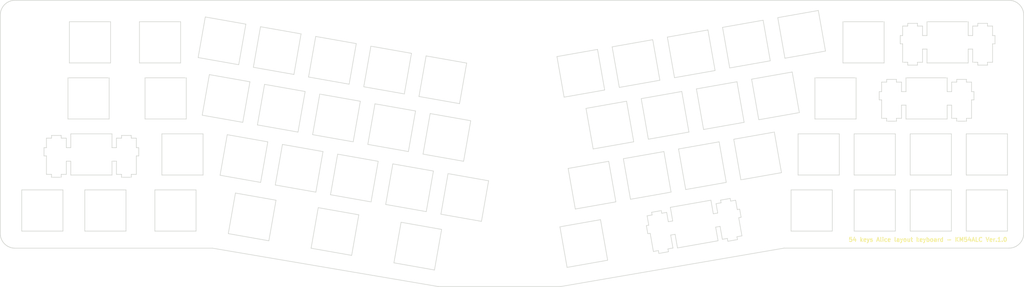
<source format=kicad_pcb>
(kicad_pcb (version 20171130) (host pcbnew "(5.1.0)-1")

  (general
    (thickness 1.6)
    (drawings 465)
    (tracks 0)
    (zones 0)
    (modules 8)
    (nets 1)
  )

  (page A3)
  (layers
    (0 F.Cu signal)
    (31 B.Cu signal)
    (32 B.Adhes user)
    (33 F.Adhes user)
    (34 B.Paste user)
    (35 F.Paste user)
    (36 B.SilkS user)
    (37 F.SilkS user)
    (38 B.Mask user)
    (39 F.Mask user)
    (40 Dwgs.User user)
    (41 Cmts.User user)
    (42 Eco1.User user)
    (43 Eco2.User user)
    (44 Edge.Cuts user)
    (45 Margin user)
    (46 B.CrtYd user)
    (47 F.CrtYd user)
    (48 B.Fab user)
    (49 F.Fab user)
  )

  (setup
    (last_trace_width 0.25)
    (trace_clearance 0.2)
    (zone_clearance 0.508)
    (zone_45_only no)
    (trace_min 0.2)
    (via_size 0.8)
    (via_drill 0.4)
    (via_min_size 0.4)
    (via_min_drill 0.3)
    (uvia_size 0.3)
    (uvia_drill 0.1)
    (uvias_allowed no)
    (uvia_min_size 0.2)
    (uvia_min_drill 0.1)
    (edge_width 0.1)
    (segment_width 0.2)
    (pcb_text_width 0.3)
    (pcb_text_size 1.5 1.5)
    (mod_edge_width 0.15)
    (mod_text_size 1 1)
    (mod_text_width 0.15)
    (pad_size 2.2 2.2)
    (pad_drill 2.2)
    (pad_to_mask_clearance 0)
    (aux_axis_origin 67.82 105.92)
    (visible_elements 7FFFFFFF)
    (pcbplotparams
      (layerselection 0x010f0_ffffffff)
      (usegerberextensions false)
      (usegerberattributes false)
      (usegerberadvancedattributes false)
      (creategerberjobfile false)
      (excludeedgelayer true)
      (linewidth 0.100000)
      (plotframeref false)
      (viasonmask false)
      (mode 1)
      (useauxorigin false)
      (hpglpennumber 1)
      (hpglpenspeed 20)
      (hpglpendiameter 15.000000)
      (psnegative false)
      (psa4output false)
      (plotreference true)
      (plotvalue true)
      (plotinvisibletext false)
      (padsonsilk false)
      (subtractmaskfromsilk false)
      (outputformat 1)
      (mirror false)
      (drillshape 0)
      (scaleselection 1)
      (outputdirectory "garber/top/"))
  )

  (net 0 "")

  (net_class Default "これはデフォルトのネット クラスです。"
    (clearance 0.2)
    (trace_width 0.25)
    (via_dia 0.8)
    (via_drill 0.4)
    (uvia_dia 0.3)
    (uvia_drill 0.1)
  )

  (net_class V_GND ""
    (clearance 0.2)
    (trace_width 0.5)
    (via_dia 0.8)
    (via_drill 0.4)
    (uvia_dia 0.3)
    (uvia_drill 0.1)
  )

  (module kbd:M2_HOLE_v2 (layer F.Cu) (tedit 60F27EAD) (tstamp 60F27317)
    (at 257.87 172.24)
    (descr "Mounting Hole 2.2mm, no annular, M2")
    (tags "mounting hole 2.2mm no annular m2")
    (attr virtual)
    (fp_text reference Ref06 (at -1.05 -2.81) (layer F.Fab) hide
      (effects (font (size 1 1) (thickness 0.15)))
    )
    (fp_text value Val06 (at -0.43 2.95) (layer F.Fab) hide
      (effects (font (size 1 1) (thickness 0.15)))
    )
    (pad "" np_thru_hole circle (at -0.5 -0.15) (size 2.2 2.2) (drill 2.2) (layers *.Cu *.Mask))
  )

  (module kbd:M2_HOLE_v2 (layer F.Cu) (tedit 60F27EC1) (tstamp 60F27317)
    (at 173.32 174)
    (descr "Mounting Hole 2.2mm, no annular, M2")
    (tags "mounting hole 2.2mm no annular m2")
    (attr virtual)
    (fp_text reference Ref04 (at -2.42 -3.6) (layer F.Fab) hide
      (effects (font (size 1 1) (thickness 0.15)))
    )
    (fp_text value Val04 (at -2.14 2.04) (layer F.Fab) hide
      (effects (font (size 1 1) (thickness 0.15)))
    )
    (pad "" np_thru_hole circle (at -2.12 -1.09) (size 2.2 2.2) (drill 2.2) (layers *.Cu *.Mask))
  )

  (module kbd:M2_HOLE_v2 (layer F.Cu) (tedit 60A0CCF1) (tstamp 609BD1BA)
    (at 337.67 123.09)
    (descr "Mounting Hole 2.2mm, no annular, M2")
    (tags "mounting hole 2.2mm no annular m2")
    (attr virtual)
    (fp_text reference Ref08 (at 11.96 35.81) (layer F.Fab) hide
      (effects (font (size 1 1) (thickness 0.15)))
    )
    (fp_text value Val08 (at 12.84 39.75) (layer F.Fab) hide
      (effects (font (size 1 1) (thickness 0.15)))
    )
    (pad "" np_thru_hole circle (at 13.29 37.47) (size 2.2 2.2) (drill 2.2) (layers *.Cu *.Mask))
  )

  (module kbd:M2_HOLE_v2 (layer F.Cu) (tedit 60A0CD06) (tstamp 609BD1BA)
    (at 311.1 160.52)
    (descr "Mounting Hole 2.2mm, no annular, M2")
    (tags "mounting hole 2.2mm no annular m2")
    (attr virtual)
    (fp_text reference Ref07 (at 28.26 -39.31) (layer F.Fab) hide
      (effects (font (size 1 1) (thickness 0.15)))
    )
    (fp_text value Val07 (at 28.82 -34.91) (layer F.Fab) hide
      (effects (font (size 1 1) (thickness 0.15)))
    )
    (pad "" np_thru_hole circle (at 28.81 -37.47) (size 2.2 2.2) (drill 2.2) (layers *.Cu *.Mask))
  )

  (module kbd:M2_HOLE_v2 (layer F.Cu) (tedit 60F272D4) (tstamp 609BD1BA)
    (at 259.13 130.22)
    (descr "Mounting Hole 2.2mm, no annular, M2")
    (tags "mounting hole 2.2mm no annular m2")
    (attr virtual)
    (fp_text reference Ref05 (at 2.7 -1.67) (layer F.Fab) hide
      (effects (font (size 1 1) (thickness 0.15)))
    )
    (fp_text value Val05 (at 0.75 3.83) (layer F.Fab) hide
      (effects (font (size 1 1) (thickness 0.15)))
    )
    (pad "" np_thru_hole circle (at 0.3 0.41) (size 2.2 2.2) (drill 2.2) (layers *.Cu *.Mask))
  )

  (module kbd:M2_HOLE_v2 (layer F.Cu) (tedit 60F272E8) (tstamp 609BD1BA)
    (at 169.44 131.08)
    (descr "Mounting Hole 2.2mm, no annular, M2")
    (tags "mounting hole 2.2mm no annular m2")
    (attr virtual)
    (fp_text reference Ref03 (at -2.99 -1.93) (layer F.Fab) hide
      (effects (font (size 1 1) (thickness 0.15)))
    )
    (fp_text value Val03 (at -0.52 3.37) (layer F.Fab) hide
      (effects (font (size 1 1) (thickness 0.15)))
    )
    (pad "" np_thru_hole circle (at 0.31 0.05) (size 2.2 2.2) (drill 2.2) (layers *.Cu *.Mask))
  )

  (module kbd:M2_HOLE_v2 (layer F.Cu) (tedit 60A0CC6B) (tstamp 609BD1BA)
    (at 115.45 161.81)
    (descr "Mounting Hole 2.2mm, no annular, M2")
    (tags "mounting hole 2.2mm no annular m2")
    (attr virtual)
    (fp_text reference Ref01 (at -20.43 -4.3) (layer F.Fab) hide
      (effects (font (size 1 1) (thickness 0.15)))
    )
    (fp_text value Val01 (at -20.03 0.71) (layer F.Fab) hide
      (effects (font (size 1 1) (thickness 0.15)))
    )
    (pad "" np_thru_hole circle (at -20.51 -1.86) (size 2.2 2.2) (drill 2.2) (layers *.Cu *.Mask))
  )

  (module kbd:M2_HOLE_v2 (layer F.Cu) (tedit 60A0CC59) (tstamp 609BD1BA)
    (at 86.39 123.11)
    (descr "Mounting Hole 2.2mm, no annular, M2")
    (tags "mounting hole 2.2mm no annular m2")
    (attr virtual)
    (fp_text reference Ref00 (at 0.31 -2.75) (layer F.Fab) hide
      (effects (font (size 1 1) (thickness 0.15)))
    )
    (fp_text value Val00 (at 0.31 2.3) (layer F.Fab) hide
      (effects (font (size 1 1) (thickness 0.15)))
    )
    (pad "" np_thru_hole circle (at 0.67 -0.34) (size 2.2 2.2) (drill 2.2) (layers *.Cu *.Mask))
  )

  (gr_text "54 keys Alice layout keyboard - KM54ALC Ver.1.0" (at 386.67 179.97) (layer F.SilkS) (tstamp 60A3C3DB)
    (effects (font (size 1.4 1.4) (thickness 0.3)) (justify right))
  )
  (gr_line (start 67.7955 105.9322) (end 81.7951 105.9322) (layer Edge.Cuts) (width 0.2))
  (gr_line (start 165.296 113.3667) (end 151.509 110.9357) (layer Edge.Cuts) (width 0.2))
  (gr_line (start 146.535 110.058) (end 132.7478 107.627) (layer Edge.Cuts) (width 0.2))
  (gr_line (start 127.7747 106.7507) (end 113.9875 104.3197) (layer Edge.Cuts) (width 0.2))
  (gr_line (start 91.6079 105.9322) (end 105.6076 105.9322) (layer Edge.Cuts) (width 0.2))
  (gr_line (start 81.7951 105.9322) (end 81.7951 119.9329) (layer Edge.Cuts) (width 0.2))
  (gr_line (start 81.7951 119.9329) (end 67.7955 119.9329) (layer Edge.Cuts) (width 0.2))
  (gr_line (start 67.7955 119.9329) (end 67.7955 105.9322) (layer Edge.Cuts) (width 0.2))
  (gr_line (start 91.6079 119.9329) (end 91.6079 105.9322) (layer Edge.Cuts) (width 0.2))
  (gr_line (start 105.6076 105.9322) (end 105.6076 119.9329) (layer Edge.Cuts) (width 0.2))
  (gr_line (start 105.6076 119.9329) (end 91.6079 119.9329) (layer Edge.Cuts) (width 0.2))
  (gr_line (start 113.9875 104.3197) (end 111.5565 118.1069) (layer Edge.Cuts) (width 0.2))
  (gr_line (start 125.3437 120.5379) (end 127.7747 106.7507) (layer Edge.Cuts) (width 0.2))
  (gr_line (start 111.5565 118.1069) (end 125.3437 120.5379) (layer Edge.Cuts) (width 0.2))
  (gr_line (start 132.7478 107.627) (end 130.3172 121.4156) (layer Edge.Cuts) (width 0.2))
  (gr_line (start 144.1044 123.8466) (end 146.535 110.058) (layer Edge.Cuts) (width 0.2))
  (gr_line (start 130.3172 121.4156) (end 144.1044 123.8466) (layer Edge.Cuts) (width 0.2))
  (gr_line (start 151.509 110.9357) (end 149.078 124.7229) (layer Edge.Cuts) (width 0.2))
  (gr_line (start 149.078 124.7229) (end 162.865 127.1539) (layer Edge.Cuts) (width 0.2))
  (gr_line (start 162.865 127.1539) (end 165.296 113.3667) (layer Edge.Cuts) (width 0.2))
  (gr_line (start 170.269 114.243) (end 167.838 128.0316) (layer Edge.Cuts) (width 0.2))
  (gr_line (start 167.838 128.0316) (end 181.626 130.4626) (layer Edge.Cuts) (width 0.2))
  (gr_line (start 67.3187 124.9822) (end 81.3181 124.9822) (layer Edge.Cuts) (width 0.2))
  (gr_line (start 93.5126 124.9822) (end 107.5119 124.9822) (layer Edge.Cuts) (width 0.2))
  (gr_line (start 93.5126 138.9829) (end 93.5126 124.9822) (layer Edge.Cuts) (width 0.2))
  (gr_line (start 81.3181 138.9829) (end 67.3187 138.9829) (layer Edge.Cuts) (width 0.2))
  (gr_line (start 81.3181 124.9822) (end 81.3181 138.9829) (layer Edge.Cuts) (width 0.2))
  (gr_line (start 67.3187 138.9829) (end 67.3187 124.9822) (layer Edge.Cuts) (width 0.2))
  (gr_line (start 107.5119 124.9822) (end 107.5119 138.9829) (layer Edge.Cuts) (width 0.2))
  (gr_line (start 107.5119 138.9829) (end 93.5126 138.9829) (layer Edge.Cuts) (width 0.2))
  (gr_line (start 115.3696 123.9073) (end 112.9386 137.6946) (layer Edge.Cuts) (width 0.2))
  (gr_line (start 126.7259 140.1256) (end 129.1583 126.3383) (layer Edge.Cuts) (width 0.2))
  (gr_line (start 112.9386 137.6946) (end 126.7259 140.1256) (layer Edge.Cuts) (width 0.2))
  (gr_line (start 129.1583 126.3383) (end 115.3696 123.9073) (layer Edge.Cuts) (width 0.2))
  (gr_line (start 134.13 127.216) (end 131.6994 141.0019) (layer Edge.Cuts) (width 0.2))
  (gr_line (start 147.917 129.6467) (end 134.13 127.216) (layer Edge.Cuts) (width 0.2))
  (gr_line (start 131.6994 141.0019) (end 145.487 143.4339) (layer Edge.Cuts) (width 0.2))
  (gr_line (start 145.487 143.4339) (end 147.917 129.6467) (layer Edge.Cuts) (width 0.2))
  (gr_line (start 152.891 130.5233) (end 150.46 144.3106) (layer Edge.Cuts) (width 0.2))
  (gr_line (start 164.247 146.7412) (end 166.678 132.9539) (layer Edge.Cuts) (width 0.2))
  (gr_line (start 166.678 132.9539) (end 152.891 130.5233) (layer Edge.Cuts) (width 0.2))
  (gr_line (start 150.46 144.3106) (end 164.247 146.7412) (layer Edge.Cuts) (width 0.2))
  (gr_line (start 171.651 133.832) (end 169.22 147.6179) (layer Edge.Cuts) (width 0.2))
  (gr_line (start 183.008 150.0499) (end 185.439 136.2626) (layer Edge.Cuts) (width 0.2))
  (gr_line (start 185.439 136.2626) (end 171.651 133.832) (layer Edge.Cuts) (width 0.2))
  (gr_line (start 169.22 147.6179) (end 183.008 150.0499) (layer Edge.Cuts) (width 0.2))
  (gr_line (start 190.412 137.1393) (end 187.981 150.9266) (layer Edge.Cuts) (width 0.2))
  (gr_line (start 201.768 153.3572) (end 204.199 139.5699) (layer Edge.Cuts) (width 0.2))
  (gr_line (start 204.199 139.5699) (end 190.412 137.1393) (layer Edge.Cuts) (width 0.2))
  (gr_line (start 187.981 150.9266) (end 201.768 153.3572) (layer Edge.Cuts) (width 0.2))
  (gr_line (start 202.817 119.9827) (end 189.03 117.5517) (layer Edge.Cuts) (width 0.2))
  (gr_line (start 184.057 116.674) (end 170.269 114.243) (layer Edge.Cuts) (width 0.2))
  (gr_line (start 181.626 130.4626) (end 184.057 116.674) (layer Edge.Cuts) (width 0.2))
  (gr_line (start 189.03 117.5517) (end 186.599 131.3389) (layer Edge.Cuts) (width 0.2))
  (gr_line (start 200.386 133.7699) (end 202.817 119.9827) (layer Edge.Cuts) (width 0.2))
  (gr_line (start 186.599 131.3389) (end 200.386 133.7699) (layer Edge.Cuts) (width 0.2))
  (gr_line (start 61.7211 157.8029) (end 61.7211 158.7827) (layer Edge.Cuts) (width 0.2))
  (gr_line (start 65.0215 145.5026) (end 65.0215 144.5819) (layer Edge.Cuts) (width 0.2))
  (gr_line (start 59.9972 148.7326) (end 59.1717 148.7326) (layer Edge.Cuts) (width 0.2))
  (gr_line (start 68.2709 153.3325) (end 68.2709 158.0329) (layer Edge.Cuts) (width 0.2))
  (gr_line (start 66.7468 148.7326) (end 66.7468 145.5026) (layer Edge.Cuts) (width 0.2))
  (gr_line (start 61.7211 144.5819) (end 61.7211 145.5026) (layer Edge.Cuts) (width 0.2))
  (gr_line (start 59.1717 148.7326) (end 59.1717 151.5326) (layer Edge.Cuts) (width 0.2))
  (gr_line (start 59.1717 151.5326) (end 59.9972 151.5326) (layer Edge.Cuts) (width 0.2))
  (gr_line (start 65.0215 158.7827) (end 65.0215 157.8029) (layer Edge.Cuts) (width 0.2))
  (gr_line (start 61.7211 158.7827) (end 65.0215 158.7827) (layer Edge.Cuts) (width 0.2))
  (gr_line (start 68.2709 148.7326) (end 66.7468 148.7326) (layer Edge.Cuts) (width 0.2))
  (gr_line (start 66.7468 157.8029) (end 66.7468 153.3325) (layer Edge.Cuts) (width 0.2))
  (gr_line (start 66.7468 153.3325) (end 68.2709 153.3325) (layer Edge.Cuts) (width 0.2))
  (gr_line (start 59.9972 157.8029) (end 61.7211 157.8029) (layer Edge.Cuts) (width 0.2))
  (gr_line (start 68.2709 144.0322) (end 68.2709 148.7326) (layer Edge.Cuts) (width 0.2))
  (gr_line (start 61.7211 145.5026) (end 59.9972 145.5026) (layer Edge.Cuts) (width 0.2))
  (gr_line (start 66.7468 145.5026) (end 65.0215 145.5026) (layer Edge.Cuts) (width 0.2))
  (gr_line (start 59.9972 151.5326) (end 59.9972 157.8029) (layer Edge.Cuts) (width 0.2))
  (gr_line (start 65.0215 144.5819) (end 61.7211 144.5819) (layer Edge.Cuts) (width 0.2))
  (gr_line (start 59.9972 145.5026) (end 59.9972 148.7326) (layer Edge.Cuts) (width 0.2))
  (gr_line (start 65.0215 157.8029) (end 66.7468 157.8029) (layer Edge.Cuts) (width 0.2))
  (gr_line (start 90.5468 157.8029) (end 90.5468 151.5326) (layer Edge.Cuts) (width 0.2))
  (gr_line (start 91.3709 148.7326) (end 90.5468 148.7326) (layer Edge.Cuts) (width 0.2))
  (gr_line (start 90.5468 145.5026) (end 88.8217 145.5026) (layer Edge.Cuts) (width 0.2))
  (gr_line (start 85.5211 144.5819) (end 85.5211 145.5026) (layer Edge.Cuts) (width 0.2))
  (gr_line (start 82.2717 148.7326) (end 82.2717 144.0322) (layer Edge.Cuts) (width 0.2))
  (gr_line (start 91.3709 151.5326) (end 91.3709 148.7326) (layer Edge.Cuts) (width 0.2))
  (gr_line (start 85.5211 158.7827) (end 88.8217 158.7827) (layer Edge.Cuts) (width 0.2))
  (gr_line (start 82.2717 158.0329) (end 82.2717 153.3325) (layer Edge.Cuts) (width 0.2))
  (gr_line (start 88.8217 158.7827) (end 88.8217 157.8029) (layer Edge.Cuts) (width 0.2))
  (gr_line (start 88.8217 144.5819) (end 85.5211 144.5819) (layer Edge.Cuts) (width 0.2))
  (gr_line (start 83.796 145.5026) (end 83.796 148.7326) (layer Edge.Cuts) (width 0.2))
  (gr_line (start 88.8217 145.5026) (end 88.8217 144.5819) (layer Edge.Cuts) (width 0.2))
  (gr_line (start 85.5211 145.5026) (end 83.796 145.5026) (layer Edge.Cuts) (width 0.2))
  (gr_line (start 83.796 148.7326) (end 82.2717 148.7326) (layer Edge.Cuts) (width 0.2))
  (gr_line (start 83.796 153.3325) (end 83.796 157.8029) (layer Edge.Cuts) (width 0.2))
  (gr_line (start 90.5468 151.5326) (end 91.3709 151.5326) (layer Edge.Cuts) (width 0.2))
  (gr_line (start 90.5468 148.7326) (end 90.5468 145.5026) (layer Edge.Cuts) (width 0.2))
  (gr_line (start 82.2717 153.3325) (end 83.796 153.3325) (layer Edge.Cuts) (width 0.2))
  (gr_line (start 83.796 157.8029) (end 85.5211 157.8029) (layer Edge.Cuts) (width 0.2))
  (gr_line (start 85.5211 157.8029) (end 85.5211 158.7827) (layer Edge.Cuts) (width 0.2))
  (gr_line (start 88.8217 157.8029) (end 90.5468 157.8029) (layer Edge.Cuts) (width 0.2))
  (gr_line (start 82.2717 144.0322) (end 68.2709 144.0322) (layer Edge.Cuts) (width 0.2))
  (gr_line (start 68.2709 158.0329) (end 82.2717 158.0329) (layer Edge.Cuts) (width 0.2))
  (gr_line (start 99.2272 144.0322) (end 113.2279 144.0322) (layer Edge.Cuts) (width 0.2))
  (gr_line (start 113.2279 158.0329) (end 99.2272 158.0329) (layer Edge.Cuts) (width 0.2))
  (gr_line (start 113.2279 144.0322) (end 113.2279 158.0329) (layer Edge.Cuts) (width 0.2))
  (gr_line (start 99.2272 158.0329) (end 99.2272 144.0322) (layer Edge.Cuts) (width 0.2))
  (gr_line (start 121.4423 144.3215) (end 119.0103 158.1088) (layer Edge.Cuts) (width 0.2))
  (gr_line (start 135.2296 146.7539) (end 121.4423 144.3215) (layer Edge.Cuts) (width 0.2))
  (gr_line (start 132.799 160.541101) (end 135.2296 146.7539) (layer Edge.Cuts) (width 0.2))
  (gr_line (start 119.0103 158.1088) (end 132.799 160.541101) (layer Edge.Cuts) (width 0.2))
  (gr_line (start 140.2031 147.6288) (end 137.771 161.4175) (layer Edge.Cuts) (width 0.2))
  (gr_line (start 137.771 161.4175) (end 151.558 163.8484) (layer Edge.Cuts) (width 0.2))
  (gr_line (start 153.989 150.0612) (end 140.2031 147.6288) (layer Edge.Cuts) (width 0.2))
  (gr_line (start 151.558 163.8484) (end 153.989 150.0612) (layer Edge.Cuts) (width 0.2))
  (gr_line (start 158.964 150.9375) (end 156.533 164.7261) (layer Edge.Cuts) (width 0.2))
  (gr_line (start 172.751 153.3699) (end 158.964 150.9375) (layer Edge.Cuts) (width 0.2))
  (gr_line (start 170.317 167.157) (end 172.751 153.3699) (layer Edge.Cuts) (width 0.2))
  (gr_line (start 156.533 164.7261) (end 170.317 167.157) (layer Edge.Cuts) (width 0.2))
  (gr_line (start 177.722999 154.2462) (end 175.292 168.0334) (layer Edge.Cuts) (width 0.2))
  (gr_line (start 175.292 168.0334) (end 189.081 170.4643) (layer Edge.Cuts) (width 0.2))
  (gr_line (start 191.512 156.6772) (end 177.722999 154.2462) (layer Edge.Cuts) (width 0.2))
  (gr_line (start 189.081 170.4643) (end 191.512 156.6772) (layer Edge.Cuts) (width 0.2))
  (gr_line (start 210.271 159.9857) (end 196.485 157.5535) (layer Edge.Cuts) (width 0.2))
  (gr_line (start 196.485 157.5535) (end 194.054 171.3421) (layer Edge.Cuts) (width 0.2))
  (gr_line (start 207.84 173.773) (end 210.271 159.9857) (layer Edge.Cuts) (width 0.2))
  (gr_line (start 194.054 171.3421) (end 207.84 173.773) (layer Edge.Cuts) (width 0.2))
  (gr_line (start 237.297 155.791) (end 239.729 169.5768) (layer Edge.Cuts) (width 0.2))
  (gr_line (start 251.084 153.36) (end 237.297 155.791) (layer Edge.Cuts) (width 0.2))
  (gr_line (start 253.515 167.146) (end 251.084 153.36) (layer Edge.Cuts) (width 0.2))
  (gr_line (start 269.845 150.0513) (end 256.057 152.4823) (layer Edge.Cuts) (width 0.2))
  (gr_line (start 256.057 152.4823) (end 258.488 166.2695) (layer Edge.Cuts) (width 0.2))
  (gr_line (start 272.277 163.8387) (end 269.845 150.0513) (layer Edge.Cuts) (width 0.2))
  (gr_line (start 239.729 169.5768) (end 253.515 167.146) (layer Edge.Cuts) (width 0.2))
  (gr_line (start 258.488 166.2695) (end 272.277 163.8387) (layer Edge.Cuts) (width 0.2))
  (gr_line (start 245.801 149.1641) (end 259.588 146.7331) (layer Edge.Cuts) (width 0.2))
  (gr_line (start 257.156 132.9444) (end 243.37 135.3754) (layer Edge.Cuts) (width 0.2))
  (gr_line (start 259.588 146.7331) (end 257.156 132.9444) (layer Edge.Cuts) (width 0.2))
  (gr_line (start 243.37 135.3754) (end 245.801 149.1641) (layer Edge.Cuts) (width 0.2))
  (gr_line (start 275.918 129.637101) (end 262.13 132.0681) (layer Edge.Cuts) (width 0.2))
  (gr_line (start 262.13 132.0681) (end 264.561 145.8554) (layer Edge.Cuts) (width 0.2))
  (gr_line (start 264.561 145.8554) (end 278.349 143.4244) (layer Edge.Cuts) (width 0.2))
  (gr_line (start 278.349 143.4244) (end 275.918 129.637101) (layer Edge.Cuts) (width 0.2))
  (gr_line (start 283.322 142.5481) (end 297.108 140.1171) (layer Edge.Cuts) (width 0.2))
  (gr_line (start 294.677 126.3284) (end 280.891 128.7594) (layer Edge.Cuts) (width 0.2))
  (gr_line (start 280.891 128.7594) (end 283.322 142.5481) (layer Edge.Cuts) (width 0.2))
  (gr_line (start 297.108 140.1171) (end 294.677 126.3284) (layer Edge.Cuts) (width 0.2))
  (gr_line (start 299.652 125.4521) (end 302.083 139.2394) (layer Edge.Cuts) (width 0.2))
  (gr_line (start 313.439 123.0197) (end 299.652 125.4521) (layer Edge.Cuts) (width 0.2))
  (gr_line (start 302.083 139.2394) (end 315.87 136.8084) (layer Edge.Cuts) (width 0.2))
  (gr_line (start 315.87 136.8084) (end 313.439 123.0197) (layer Edge.Cuts) (width 0.2))
  (gr_line (start 252.256 114.4649) (end 254.687 128.2521) (layer Edge.Cuts) (width 0.2))
  (gr_line (start 249.713 129.130201) (end 247.282 115.3415) (layer Edge.Cuts) (width 0.2))
  (gr_line (start 268.475 125.8215) (end 266.043 112.0342) (layer Edge.Cuts) (width 0.2))
  (gr_line (start 271.016 111.1576) (end 273.447 124.9448) (layer Edge.Cuts) (width 0.2))
  (gr_line (start 287.234 122.5142) (end 284.804 108.7255) (layer Edge.Cuts) (width 0.2))
  (gr_line (start 289.777 107.8489) (end 292.209 121.6361) (layer Edge.Cuts) (width 0.2))
  (gr_line (start 305.994999 119.2055) (end 303.564 105.4182) (layer Edge.Cuts) (width 0.2))
  (gr_line (start 308.537 104.5416) (end 310.968 118.3288) (layer Edge.Cuts) (width 0.2))
  (gr_line (start 266.043 112.0342) (end 252.256 114.4649) (layer Edge.Cuts) (width 0.2))
  (gr_line (start 284.804 108.7255) (end 271.016 111.1576) (layer Edge.Cuts) (width 0.2))
  (gr_line (start 303.564 105.4182) (end 289.777 107.8489) (layer Edge.Cuts) (width 0.2))
  (gr_line (start 322.325 102.1095) (end 308.537 104.5416) (layer Edge.Cuts) (width 0.2))
  (gr_line (start 324.756 115.8982) (end 322.325 102.1095) (layer Edge.Cuts) (width 0.2))
  (gr_line (start 247.282 115.3415) (end 233.495 117.7736) (layer Edge.Cuts) (width 0.2))
  (gr_line (start 233.495 117.7736) (end 235.927 131.5608) (layer Edge.Cuts) (width 0.2))
  (gr_line (start 235.927 131.5608) (end 249.713 129.130201) (layer Edge.Cuts) (width 0.2))
  (gr_line (start 254.687 128.2521) (end 268.475 125.8215) (layer Edge.Cuts) (width 0.2))
  (gr_line (start 273.447 124.9448) (end 287.234 122.5142) (layer Edge.Cuts) (width 0.2))
  (gr_line (start 310.968 118.3288) (end 324.756 115.8982) (layer Edge.Cuts) (width 0.2))
  (gr_line (start 330.685 119.9329) (end 330.685 105.9322) (layer Edge.Cuts) (width 0.2))
  (gr_line (start 344.686 105.9322) (end 344.686 119.9329) (layer Edge.Cuts) (width 0.2))
  (gr_line (start 330.685 105.9322) (end 344.686 105.9322) (layer Edge.Cuts) (width 0.2))
  (gr_line (start 344.686 119.9329) (end 330.685 119.9329) (layer Edge.Cuts) (width 0.2))
  (gr_line (start 356.011 119.7029) (end 357.736 119.7029) (layer Edge.Cuts) (width 0.2))
  (gr_line (start 352.71 107.4026) (end 350.985 107.4026) (layer Edge.Cuts) (width 0.2))
  (gr_line (start 350.985 113.4326) (end 350.985 119.7029) (layer Edge.Cuts) (width 0.2))
  (gr_line (start 352.71 119.7029) (end 352.71 120.6826) (layer Edge.Cuts) (width 0.2))
  (gr_line (start 352.71 120.6826) (end 356.011 120.6826) (layer Edge.Cuts) (width 0.2))
  (gr_line (start 356.011 120.6826) (end 356.011 119.7029) (layer Edge.Cuts) (width 0.2))
  (gr_line (start 357.736 115.2325) (end 359.26 115.2325) (layer Edge.Cuts) (width 0.2))
  (gr_line (start 359.26 105.9322) (end 359.26 110.6326) (layer Edge.Cuts) (width 0.2))
  (gr_line (start 357.736 110.6326) (end 357.736 107.4026) (layer Edge.Cuts) (width 0.2))
  (gr_line (start 356.011 107.4026) (end 356.011 106.4819) (layer Edge.Cuts) (width 0.2))
  (gr_line (start 357.736 107.4026) (end 356.011 107.4026) (layer Edge.Cuts) (width 0.2))
  (gr_line (start 350.985 107.4026) (end 350.985 110.6326) (layer Edge.Cuts) (width 0.2))
  (gr_line (start 350.161 113.4326) (end 350.985 113.4326) (layer Edge.Cuts) (width 0.2))
  (gr_line (start 352.71 106.4819) (end 352.71 107.4026) (layer Edge.Cuts) (width 0.2))
  (gr_line (start 350.161 110.6326) (end 350.161 113.4326) (layer Edge.Cuts) (width 0.2))
  (gr_line (start 350.985 119.7029) (end 352.71 119.7029) (layer Edge.Cuts) (width 0.2))
  (gr_line (start 350.985 110.6326) (end 350.161 110.6326) (layer Edge.Cuts) (width 0.2))
  (gr_line (start 359.26 110.6326) (end 357.736 110.6326) (layer Edge.Cuts) (width 0.2))
  (gr_line (start 357.736 119.7029) (end 357.736 115.2325) (layer Edge.Cuts) (width 0.2))
  (gr_line (start 356.011 106.4819) (end 352.71 106.4819) (layer Edge.Cuts) (width 0.2))
  (gr_line (start 359.26 115.2325) (end 359.26 119.9329) (layer Edge.Cuts) (width 0.2))
  (gr_line (start 376.511 119.7029) (end 376.511 120.6826) (layer Edge.Cuts) (width 0.2))
  (gr_line (start 373.261 119.9329) (end 373.261 115.2325) (layer Edge.Cuts) (width 0.2))
  (gr_line (start 374.785 115.2325) (end 374.785 119.7029) (layer Edge.Cuts) (width 0.2))
  (gr_line (start 381.535 110.6326) (end 381.535 107.4026) (layer Edge.Cuts) (width 0.2))
  (gr_line (start 373.261 115.2325) (end 374.785 115.2325) (layer Edge.Cuts) (width 0.2))
  (gr_line (start 374.785 119.7029) (end 376.511 119.7029) (layer Edge.Cuts) (width 0.2))
  (gr_line (start 382.36 113.4326) (end 382.36 110.6326) (layer Edge.Cuts) (width 0.2))
  (gr_line (start 374.785 107.4026) (end 374.785 110.6326) (layer Edge.Cuts) (width 0.2))
  (gr_line (start 376.511 107.4026) (end 374.785 107.4026) (layer Edge.Cuts) (width 0.2))
  (gr_line (start 379.811 120.6826) (end 379.811 119.7029) (layer Edge.Cuts) (width 0.2))
  (gr_line (start 381.535 119.7029) (end 381.535 113.4326) (layer Edge.Cuts) (width 0.2))
  (gr_line (start 374.785 110.6326) (end 373.261 110.6326) (layer Edge.Cuts) (width 0.2))
  (gr_line (start 376.511 120.6826) (end 379.811 120.6826) (layer Edge.Cuts) (width 0.2))
  (gr_line (start 379.811 107.4026) (end 379.811 106.4819) (layer Edge.Cuts) (width 0.2))
  (gr_line (start 373.261 110.6326) (end 373.261 105.9322) (layer Edge.Cuts) (width 0.2))
  (gr_line (start 379.811 106.4819) (end 376.511 106.4819) (layer Edge.Cuts) (width 0.2))
  (gr_line (start 381.535 113.4326) (end 382.36 113.4326) (layer Edge.Cuts) (width 0.2))
  (gr_line (start 382.36 110.6326) (end 381.535 110.6326) (layer Edge.Cuts) (width 0.2))
  (gr_line (start 381.535 107.4026) (end 379.811 107.4026) (layer Edge.Cuts) (width 0.2))
  (gr_line (start 376.511 106.4819) (end 376.511 107.4026) (layer Edge.Cuts) (width 0.2))
  (gr_line (start 379.811 119.7029) (end 381.535 119.7029) (layer Edge.Cuts) (width 0.2))
  (gr_line (start 373.261 105.9322) (end 359.26 105.9322) (layer Edge.Cuts) (width 0.2))
  (gr_line (start 359.26 119.9329) (end 373.261 119.9329) (layer Edge.Cuts) (width 0.2))
  (gr_line (start 366.116 138.9829) (end 366.116 134.2825) (layer Edge.Cuts) (width 0.2))
  (gr_line (start 375.217 132.4826) (end 375.217 129.6826) (layer Edge.Cuts) (width 0.2))
  (gr_line (start 375.217 129.6826) (end 374.391 129.6826) (layer Edge.Cuts) (width 0.2))
  (gr_line (start 372.667 138.7529) (end 374.391 138.7529) (layer Edge.Cuts) (width 0.2))
  (gr_line (start 367.641 129.6826) (end 366.116 129.6826) (layer Edge.Cuts) (width 0.2))
  (gr_line (start 374.391 132.4826) (end 375.217 132.4826) (layer Edge.Cuts) (width 0.2))
  (gr_line (start 369.367 138.7529) (end 369.367 139.7326) (layer Edge.Cuts) (width 0.2))
  (gr_line (start 367.641 134.2825) (end 367.641 138.7529) (layer Edge.Cuts) (width 0.2))
  (gr_line (start 367.641 138.7529) (end 369.367 138.7529) (layer Edge.Cuts) (width 0.2))
  (gr_line (start 369.367 126.4526) (end 367.641 126.4526) (layer Edge.Cuts) (width 0.2))
  (gr_line (start 367.641 126.4526) (end 367.641 129.6826) (layer Edge.Cuts) (width 0.2))
  (gr_line (start 374.391 126.4526) (end 372.667 126.4526) (layer Edge.Cuts) (width 0.2))
  (gr_line (start 372.667 139.7326) (end 372.667 138.7529) (layer Edge.Cuts) (width 0.2))
  (gr_line (start 366.116 134.2825) (end 367.641 134.2825) (layer Edge.Cuts) (width 0.2))
  (gr_line (start 374.391 138.7529) (end 374.391 132.4826) (layer Edge.Cuts) (width 0.2))
  (gr_line (start 374.391 129.6826) (end 374.391 126.4526) (layer Edge.Cuts) (width 0.2))
  (gr_line (start 369.367 139.7326) (end 372.667 139.7326) (layer Edge.Cuts) (width 0.2))
  (gr_line (start 350.591 129.6826) (end 350.591 126.4526) (layer Edge.Cuts) (width 0.2))
  (gr_line (start 348.867 125.5319) (end 345.567 125.5319) (layer Edge.Cuts) (width 0.2))
  (gr_line (start 343.841 126.4526) (end 343.841 129.6826) (layer Edge.Cuts) (width 0.2))
  (gr_line (start 352.116 124.9822) (end 352.116 129.6826) (layer Edge.Cuts) (width 0.2))
  (gr_line (start 350.591 126.4526) (end 348.867 126.4526) (layer Edge.Cuts) (width 0.2))
  (gr_line (start 345.567 125.5319) (end 345.567 126.4526) (layer Edge.Cuts) (width 0.2))
  (gr_line (start 348.867 126.4526) (end 348.867 125.5319) (layer Edge.Cuts) (width 0.2))
  (gr_line (start 345.567 126.4526) (end 343.841 126.4526) (layer Edge.Cuts) (width 0.2))
  (gr_line (start 372.667 125.5319) (end 369.367 125.5319) (layer Edge.Cuts) (width 0.2))
  (gr_line (start 369.367 125.5319) (end 369.367 126.4526) (layer Edge.Cuts) (width 0.2))
  (gr_line (start 366.116 124.9822) (end 352.116 124.9822) (layer Edge.Cuts) (width 0.2))
  (gr_line (start 372.667 126.4526) (end 372.667 125.5319) (layer Edge.Cuts) (width 0.2))
  (gr_line (start 366.116 129.6826) (end 366.116 124.9822) (layer Edge.Cuts) (width 0.2))
  (gr_line (start 343.016 132.4826) (end 343.841 132.4826) (layer Edge.Cuts) (width 0.2))
  (gr_line (start 348.867 139.7326) (end 348.867 138.7529) (layer Edge.Cuts) (width 0.2))
  (gr_line (start 343.016 129.6826) (end 343.016 132.4826) (layer Edge.Cuts) (width 0.2))
  (gr_line (start 343.841 129.6826) (end 343.016 129.6826) (layer Edge.Cuts) (width 0.2))
  (gr_line (start 343.841 138.7529) (end 345.567 138.7529) (layer Edge.Cuts) (width 0.2))
  (gr_line (start 343.841 132.4826) (end 343.841 138.7529) (layer Edge.Cuts) (width 0.2))
  (gr_line (start 345.567 138.7529) (end 345.567 139.7326) (layer Edge.Cuts) (width 0.2))
  (gr_line (start 345.567 139.7326) (end 348.867 139.7326) (layer Edge.Cuts) (width 0.2))
  (gr_line (start 348.867 138.7529) (end 350.591 138.7529) (layer Edge.Cuts) (width 0.2))
  (gr_line (start 350.591 138.7529) (end 350.591 134.2825) (layer Edge.Cuts) (width 0.2))
  (gr_line (start 352.116 129.6826) (end 350.591 129.6826) (layer Edge.Cuts) (width 0.2))
  (gr_line (start 350.591 134.2825) (end 352.116 134.2825) (layer Edge.Cuts) (width 0.2))
  (gr_line (start 352.116 134.2825) (end 352.116 138.9829) (layer Edge.Cuts) (width 0.2))
  (gr_line (start 352.116 138.9829) (end 366.116 138.9829) (layer Edge.Cuts) (width 0.2))
  (gr_line (start 353.545 144.0322) (end 367.545 144.0322) (layer Edge.Cuts) (width 0.2))
  (gr_line (start 367.545 144.0322) (end 367.545 158.0329) (layer Edge.Cuts) (width 0.2))
  (gr_line (start 367.545 158.0329) (end 353.545 158.0329) (layer Edge.Cuts) (width 0.2))
  (gr_line (start 353.545 158.0329) (end 353.545 144.0322) (layer Edge.Cuts) (width 0.2))
  (gr_line (start 353.544 177.083001) (end 353.544 163.0822) (layer Edge.Cuts) (width 0.2))
  (gr_line (start 367.545 163.0822) (end 367.545 177.083001) (layer Edge.Cuts) (width 0.2))
  (gr_line (start 353.544 163.0822) (end 367.545 163.0822) (layer Edge.Cuts) (width 0.2))
  (gr_line (start 367.545 177.083001) (end 353.544 177.083001) (layer Edge.Cuts) (width 0.2))
  (gr_line (start 348.495 177.083001) (end 334.494 177.083001) (layer Edge.Cuts) (width 0.2))
  (gr_line (start 348.495 163.0822) (end 348.495 177.083001) (layer Edge.Cuts) (width 0.2))
  (gr_line (start 334.494 163.0822) (end 348.495 163.0822) (layer Edge.Cuts) (width 0.2))
  (gr_line (start 334.494 177.083001) (end 334.494 163.0822) (layer Edge.Cuts) (width 0.2))
  (gr_line (start 327.064 163.0822) (end 327.064 177.083001) (layer Edge.Cuts) (width 0.2))
  (gr_line (start 313.063 163.0822) (end 327.064 163.0822) (layer Edge.Cuts) (width 0.2))
  (gr_line (start 313.063 177.083001) (end 313.063 163.0822) (layer Edge.Cuts) (width 0.2))
  (gr_line (start 327.064 177.083001) (end 313.063 177.083001) (layer Edge.Cuts) (width 0.2))
  (gr_line (start 321.16 138.9829) (end 321.16 124.9822) (layer Edge.Cuts) (width 0.2))
  (gr_line (start 335.161 124.9822) (end 335.161 138.9829) (layer Edge.Cuts) (width 0.2))
  (gr_line (start 335.161 138.9829) (end 321.16 138.9829) (layer Edge.Cuts) (width 0.2))
  (gr_line (start 321.16 124.9822) (end 335.161 124.9822) (layer Edge.Cuts) (width 0.2))
  (gr_line (start 372.595 177.083001) (end 372.595 163.0822) (layer Edge.Cuts) (width 0.2))
  (gr_line (start 372.595 158.0329) (end 372.595 144.0322) (layer Edge.Cuts) (width 0.2))
  (gr_line (start 386.595 163.0822) (end 386.595 177.083001) (layer Edge.Cuts) (width 0.2))
  (gr_line (start 386.595 144.0322) (end 386.595 158.0329) (layer Edge.Cuts) (width 0.2))
  (gr_line (start 386.595 177.083001) (end 372.595 177.083001) (layer Edge.Cuts) (width 0.2))
  (gr_line (start 372.595 163.0822) (end 386.595 163.0822) (layer Edge.Cuts) (width 0.2))
  (gr_line (start 386.595 158.0329) (end 372.595 158.0329) (layer Edge.Cuts) (width 0.2))
  (gr_line (start 372.595 144.0322) (end 386.595 144.0322) (layer Edge.Cuts) (width 0.2))
  (gr_line (start 348.495 144.0322) (end 348.495 158.0329) (layer Edge.Cuts) (width 0.2))
  (gr_line (start 348.495 158.0329) (end 334.495 158.0329) (layer Edge.Cuts) (width 0.2))
  (gr_line (start 334.495 144.0322) (end 348.495 144.0322) (layer Edge.Cuts) (width 0.2))
  (gr_line (start 334.495 158.0329) (end 334.495 144.0322) (layer Edge.Cuts) (width 0.2))
  (gr_line (start 329.445 144.0322) (end 329.445 158.0329) (layer Edge.Cuts) (width 0.2))
  (gr_line (start 315.445 144.0322) (end 329.445 144.0322) (layer Edge.Cuts) (width 0.2))
  (gr_line (start 315.445 158.0329) (end 315.445 144.0322) (layer Edge.Cuts) (width 0.2))
  (gr_line (start 329.445 158.0329) (end 315.445 158.0329) (layer Edge.Cuts) (width 0.2))
  (gr_line (start 309.797 157.2226) (end 307.366 143.4353) (layer Edge.Cuts) (width 0.2))
  (gr_line (start 296.009 159.6536) (end 309.797 157.2226) (layer Edge.Cuts) (width 0.2))
  (gr_line (start 307.366 143.4353) (end 293.579 145.8663) (layer Edge.Cuts) (width 0.2))
  (gr_line (start 293.579 145.8663) (end 296.009 159.6536) (layer Edge.Cuts) (width 0.2))
  (gr_line (start 288.605 146.744) (end 274.818 149.175) (layer Edge.Cuts) (width 0.2))
  (gr_line (start 291.036 160.53) (end 288.605 146.744) (layer Edge.Cuts) (width 0.2))
  (gr_line (start 277.249 162.9609) (end 291.036 160.53) (layer Edge.Cuts) (width 0.2))
  (gr_line (start 274.818 149.175) (end 277.249 162.9609) (layer Edge.Cuts) (width 0.2))
  (gr_line (start 265.183 177.8341) (end 266.27 184.00767) (layer Edge.Cuts) (width 0.2))
  (gr_line (start 264.695 175.0752) (end 263.883 175.2185) (layer Edge.Cuts) (width 0.2))
  (gr_line (start 272.918 182.835) (end 272.142 178.4335) (layer Edge.Cuts) (width 0.2))
  (gr_line (start 267.969 183.7086) (end 268.139 184.67325) (layer Edge.Cuts) (width 0.2))
  (gr_line (start 269.084 171.0224) (end 268.923 170.117) (layer Edge.Cuts) (width 0.2))
  (gr_line (start 265.675 170.6889) (end 265.833 171.5957) (layer Edge.Cuts) (width 0.2))
  (gr_line (start 265.833 171.5957) (end 264.136 171.8947) (layer Edge.Cuts) (width 0.2))
  (gr_line (start 268.139 184.67325) (end 271.389 184.09999) (layer Edge.Cuts) (width 0.2))
  (gr_line (start 271.389 184.09999) (end 271.22 183.1354) (layer Edge.Cuts) (width 0.2))
  (gr_line (start 271.22 183.1354) (end 272.918 182.835) (layer Edge.Cuts) (width 0.2))
  (gr_line (start 273.644 178.1689) (end 274.46 182.7977) (layer Edge.Cuts) (width 0.2))
  (gr_line (start 264.136 171.8947) (end 264.695 175.0752) (layer Edge.Cuts) (width 0.2))
  (gr_line (start 264.37 177.976) (end 265.183 177.8341) (layer Edge.Cuts) (width 0.2))
  (gr_line (start 272.142 178.4335) (end 273.644 178.1689) (layer Edge.Cuts) (width 0.2))
  (gr_line (start 272.029 169.0105) (end 272.845 173.6379) (layer Edge.Cuts) (width 0.2))
  (gr_line (start 271.344 173.9039) (end 270.782 170.722) (layer Edge.Cuts) (width 0.2))
  (gr_line (start 270.782 170.722) (end 269.084 171.0224) (layer Edge.Cuts) (width 0.2))
  (gr_line (start 272.845 173.6379) (end 271.344 173.9039) (layer Edge.Cuts) (width 0.2))
  (gr_line (start 268.923 170.117) (end 265.675 170.6889) (layer Edge.Cuts) (width 0.2))
  (gr_line (start 263.883 175.2185) (end 264.37 177.976) (layer Edge.Cuts) (width 0.2))
  (gr_line (start 266.27 184.00767) (end 267.969 183.7086) (layer Edge.Cuts) (width 0.2))
  (gr_line (start 287.431 175.7381) (end 288.933 175.4721) (layer Edge.Cuts) (width 0.2))
  (gr_line (start 289.709 179.8749) (end 291.408 179.5759) (layer Edge.Cuts) (width 0.2))
  (gr_line (start 291.408 179.5759) (end 291.578 180.5405) (layer Edge.Cuts) (width 0.2))
  (gr_line (start 291.578 180.5405) (end 294.829 179.9673) (layer Edge.Cuts) (width 0.2))
  (gr_line (start 294.829 179.9673) (end 294.659 179.0026) (layer Edge.Cuts) (width 0.2))
  (gr_line (start 294.659 179.0026) (end 296.357 178.7022) (layer Edge.Cuts) (width 0.2))
  (gr_line (start 296.357 178.7022) (end 295.268 172.5286) (layer Edge.Cuts) (width 0.2))
  (gr_line (start 295.268 172.5286) (end 296.08 172.3839) (layer Edge.Cuts) (width 0.2))
  (gr_line (start 296.08 172.3839) (end 295.595 169.6278) (layer Edge.Cuts) (width 0.2))
  (gr_line (start 288.247 180.3669) (end 287.431 175.7381) (layer Edge.Cuts) (width 0.2))
  (gr_line (start 288.933 175.4721) (end 289.709 179.8749) (layer Edge.Cuts) (width 0.2))
  (gr_line (start 289.113 166.5562) (end 289.273 167.4629) (layer Edge.Cuts) (width 0.2))
  (gr_line (start 289.273 167.4629) (end 287.573 167.762) (layer Edge.Cuts) (width 0.2))
  (gr_line (start 287.573 167.762) (end 288.134 170.9425) (layer Edge.Cuts) (width 0.2))
  (gr_line (start 286.632 171.2071) (end 285.816 166.5796) (layer Edge.Cuts) (width 0.2))
  (gr_line (start 288.134 170.9425) (end 286.632 171.2071) (layer Edge.Cuts) (width 0.2))
  (gr_line (start 292.362 165.9829) (end 289.113 166.5562) (layer Edge.Cuts) (width 0.2))
  (gr_line (start 294.782 169.7711) (end 294.221 166.5893) (layer Edge.Cuts) (width 0.2))
  (gr_line (start 294.221 166.5893) (end 292.522 166.8897) (layer Edge.Cuts) (width 0.2))
  (gr_line (start 295.595 169.6278) (end 294.782 169.7711) (layer Edge.Cuts) (width 0.2))
  (gr_line (start 292.522 166.8897) (end 292.362 165.9829) (layer Edge.Cuts) (width 0.2))
  (gr_line (start 274.46 182.7977) (end 288.247 180.3669) (layer Edge.Cuts) (width 0.2))
  (gr_line (start 285.816 166.5796) (end 272.029 169.0105) (layer Edge.Cuts) (width 0.2))
  (gr_line (start 250.726 186.98285) (end 248.295 173.1956) (layer Edge.Cuts) (width 0.2))
  (gr_line (start 248.295 173.1956) (end 234.508 175.6264) (layer Edge.Cuts) (width 0.2))
  (gr_line (start 234.508 175.6264) (end 236.94 189.4137) (layer Edge.Cuts) (width 0.2))
  (gr_line (start 236.94 189.4137) (end 250.726 186.98285) (layer Edge.Cuts) (width 0.2))
  (gr_line (start 194.301 176.5125) (end 180.522 174.081) (layer Edge.Cuts) (width 0.2))
  (gr_line (start 191.87 190.30116) (end 194.301 176.5125) (layer Edge.Cuts) (width 0.2))
  (gr_line (start 180.522 174.081) (end 178.094 187.86823) (layer Edge.Cuts) (width 0.2) (tstamp 6098497D))
  (gr_line (start 178.094 187.86823) (end 191.87 190.30116) (layer Edge.Cuts) (width 0.2) (tstamp 6098497C))
  (gr_line (start 166.16 171.5502) (end 152.372 169.1193) (layer Edge.Cuts) (width 0.2))
  (gr_line (start 163.729 185.33884) (end 166.16 171.5502) (layer Edge.Cuts) (width 0.2))
  (gr_line (start 149.942 182.9066) (end 163.729 185.33884) (layer Edge.Cuts) (width 0.2))
  (gr_line (start 152.372 169.1193) (end 149.942 182.9066) (layer Edge.Cuts) (width 0.2))
  (gr_line (start 135.588 180.3765) (end 138.019 166.5879) (layer Edge.Cuts) (width 0.2))
  (gr_line (start 138.019 166.5879) (end 124.2318 164.157) (layer Edge.Cuts) (width 0.2))
  (gr_line (start 124.2318 164.157) (end 121.8008 177.9443) (layer Edge.Cuts) (width 0.2))
  (gr_line (start 121.8008 177.9443) (end 135.588 180.3765) (layer Edge.Cuts) (width 0.2))
  (gr_line (start 110.8467 163.0822) (end 110.8467 177.083001) (layer Edge.Cuts) (width 0.2))
  (gr_line (start 110.8467 177.083001) (end 96.846 177.083001) (layer Edge.Cuts) (width 0.2))
  (gr_line (start 73.0334 163.0822) (end 87.0328 163.0822) (layer Edge.Cuts) (width 0.2))
  (gr_line (start 96.846 163.0822) (end 110.8467 163.0822) (layer Edge.Cuts) (width 0.2))
  (gr_line (start 96.846 177.083001) (end 96.846 163.0822) (layer Edge.Cuts) (width 0.2))
  (gr_line (start 87.0328 163.0822) (end 87.0328 177.083001) (layer Edge.Cuts) (width 0.2))
  (gr_line (start 73.0334 177.083001) (end 73.0334 163.0822) (layer Edge.Cuts) (width 0.2))
  (gr_line (start 87.0328 177.083001) (end 73.0334 177.083001) (layer Edge.Cuts) (width 0.2))
  (gr_line (start 51.60216 163.0822) (end 65.603 163.0822) (layer Edge.Cuts) (width 0.2))
  (gr_line (start 65.603 163.0822) (end 65.603 177.083001) (layer Edge.Cuts) (width 0.2))
  (gr_line (start 65.603 177.083001) (end 51.60216 177.083001) (layer Edge.Cuts) (width 0.2))
  (gr_line (start 51.60216 177.083001) (end 51.60216 163.0822) (layer Edge.Cuts) (width 0.2))
  (gr_line (start 292.209 121.6361) (end 305.994999 119.2055) (layer Edge.Cuts) (width 0.2))
  (gr_line (start 49.24 182.89) (end 116.43 182.89) (layer Edge.Cuts) (width 0.2) (tstamp 609849A7))
  (gr_line (start 234.8 195.92) (end 310.64 182.87) (layer Edge.Cuts) (width 0.2) (tstamp 60984981))
  (gr_line (start 310.64 182.87) (end 387.11 182.87) (layer Edge.Cuts) (width 0.2) (tstamp 60984980))
  (gr_line (start 116.43 182.89) (end 193.12 195.92) (layer Edge.Cuts) (width 0.2) (tstamp 6098497F))
  (gr_line (start 234.8 195.92) (end 193.12 195.92) (layer Edge.Cuts) (width 0.2) (tstamp 6098497E))
  (gr_line (start 391.877 179.41403) (end 391.741 179.78334) (layer Edge.Cuts) (width 0.2) (tstamp 609D40CE))
  (gr_line (start 392.106 178.262) (end 392.059 178.65196) (layer Edge.Cuts) (width 0.2) (tstamp 609D40CB))
  (gr_line (start 391.166 180.8086) (end 390.923 181.11728) (layer Edge.Cuts) (width 0.2) (tstamp 609D40C8))
  (gr_line (start 388.666 182.624856) (end 388.289 182.730966) (layer Edge.Cuts) (width 0.2) (tstamp 609D40C5))
  (gr_line (start 391.577 180.13888) (end 391.385 180.48201) (layer Edge.Cuts) (width 0.2) (tstamp 609D40C2))
  (gr_line (start 390.656 181.40529) (end 390.368 181.67126) (layer Edge.Cuts) (width 0.2) (tstamp 609D40BF))
  (gr_line (start 387.514 182.854989) (end 387.11 182.87) (layer Edge.Cuts) (width 0.2) (tstamp 609D40D3))
  (gr_line (start 388.289 182.730966) (end 387.904 182.808136) (layer Edge.Cuts) (width 0.2) (tstamp 609D40B9))
  (gr_line (start 390.368 181.67126) (end 390.059 181.91517) (layer Edge.Cuts) (width 0.2) (tstamp 609D40B6))
  (gr_line (start 391.385 180.48201) (end 391.166 180.8086) (layer Edge.Cuts) (width 0.2) (tstamp 609D40B3))
  (gr_line (start 392.121 177.96925) (end 392.106 178.26) (layer Edge.Cuts) (width 0.2) (tstamp 609D40B0))
  (gr_line (start 391.741 179.78334) (end 391.577 180.13888) (layer Edge.Cuts) (width 0.2) (tstamp 609D40AD))
  (gr_line (start 389.391 182.324444) (end 389.034 182.489809) (layer Edge.Cuts) (width 0.2) (tstamp 609D40AA))
  (gr_line (start 390.923 181.11728) (end 390.656 181.40529) (layer Edge.Cuts) (width 0.2) (tstamp 609D40A7))
  (gr_line (start 389.034 182.489809) (end 388.666 182.624856) (layer Edge.Cuts) (width 0.2) (tstamp 609D40A4))
  (gr_line (start 391.983 179.03783) (end 391.877 179.41403) (layer Edge.Cuts) (width 0.2) (tstamp 609D40A1))
  (gr_line (start 390.059 181.91517) (end 389.734 182.132897) (layer Edge.Cuts) (width 0.2) (tstamp 609D409E))
  (gr_line (start 387.904 182.808136) (end 387.514 182.854989) (layer Edge.Cuts) (width 0.2) (tstamp 609D409B))
  (gr_line (start 392.059 178.65196) (end 391.983 179.03783) (layer Edge.Cuts) (width 0.2) (tstamp 609D4098))
  (gr_line (start 389.734 182.132897) (end 389.391 182.324444) (layer Edge.Cuts) (width 0.2) (tstamp 609D4095))
  (gr_line (start 48.91186 182.874989) (end 48.5219 182.828136) (layer Edge.Cuts) (width 0.2))
  (gr_line (start 47.03498 182.344444) (end 46.69185 182.152897) (layer Edge.Cuts) (width 0.2))
  (gr_line (start 49.24 182.89) (end 48.91186 182.874989) (layer Edge.Cuts) (width 0.2))
  (gr_line (start 47.75983 182.644856) (end 47.39189 182.509809) (layer Edge.Cuts) (width 0.2))
  (gr_line (start 48.1374 182.750966) (end 47.75983 182.644856) (layer Edge.Cuts) (width 0.2))
  (gr_line (start 47.39189 182.509809) (end 47.03498 182.344444) (layer Edge.Cuts) (width 0.2))
  (gr_line (start 45.76994 181.42529) (end 45.5026 181.13728) (layer Edge.Cuts) (width 0.2))
  (gr_line (start 44.84941 180.15888) (end 44.685424 179.80334) (layer Edge.Cuts) (width 0.2))
  (gr_line (start 44.548998 179.43403) (end 44.442888 179.05783) (layer Edge.Cuts) (width 0.2))
  (gr_line (start 44.320243 178.282) (end 44.315084 177.95) (layer Edge.Cuts) (width 0.2))
  (gr_line (start 44.685424 179.80334) (end 44.548998 179.43403) (layer Edge.Cuts) (width 0.2))
  (gr_line (start 45.26006 180.8286) (end 45.040957 180.50201) (layer Edge.Cuts) (width 0.2))
  (gr_line (start 45.5026 181.13728) (end 45.26006 180.8286) (layer Edge.Cuts) (width 0.2))
  (gr_line (start 48.5219 182.828136) (end 48.1374 182.750966) (layer Edge.Cuts) (width 0.2))
  (gr_line (start 46.69185 182.152897) (end 46.36663 181.93517) (layer Edge.Cuts) (width 0.2))
  (gr_line (start 46.36663 181.93517) (end 46.05795 181.69126) (layer Edge.Cuts) (width 0.2))
  (gr_line (start 46.05795 181.69126) (end 45.76994 181.42529) (layer Edge.Cuts) (width 0.2))
  (gr_line (start 44.367097 178.67196) (end 44.320243 178.282) (layer Edge.Cuts) (width 0.2))
  (gr_line (start 45.040957 180.50201) (end 44.84941 180.15888) (layer Edge.Cuts) (width 0.2))
  (gr_line (start 44.442888 179.05783) (end 44.367097 178.67196) (layer Edge.Cuts) (width 0.2))
  (gr_line (start 49.31598 98.6452) (end 387.12 98.6452) (layer Edge.Cuts) (width 0.2))
  (gr_line (start 48.92186 98.6601) (end 49.31598 98.6452) (layer Edge.Cuts) (width 0.2))
  (gr_line (start 48.5319 98.707) (end 48.92186 98.6601) (layer Edge.Cuts) (width 0.2))
  (gr_line (start 48.1474 98.7828) (end 48.5319 98.707) (layer Edge.Cuts) (width 0.2))
  (gr_line (start 47.76983 98.889) (end 48.1474 98.7828) (layer Edge.Cuts) (width 0.2))
  (gr_line (start 47.40189 99.0255) (end 47.76983 98.889) (layer Edge.Cuts) (width 0.2))
  (gr_line (start 47.04498 99.1892) (end 47.40189 99.0255) (layer Edge.Cuts) (width 0.2))
  (gr_line (start 46.70185 99.3808) (end 47.04498 99.1892) (layer Edge.Cuts) (width 0.2))
  (gr_line (start 46.37663 99.6002) (end 46.70185 99.3808) (layer Edge.Cuts) (width 0.2))
  (gr_line (start 46.06795 99.8426) (end 46.37663 99.6002) (layer Edge.Cuts) (width 0.2))
  (gr_line (start 45.77994 100.11) (end 46.06795 99.8426) (layer Edge.Cuts) (width 0.2))
  (gr_line (start 45.5126 100.3979) (end 45.77994 100.11) (layer Edge.Cuts) (width 0.2))
  (gr_line (start 45.27006 100.7065) (end 45.5126 100.3979) (layer Edge.Cuts) (width 0.2))
  (gr_line (start 45.050957 101.0318) (end 45.27006 100.7065) (layer Edge.Cuts) (width 0.2))
  (gr_line (start 44.85941 101.375) (end 45.050957 101.0318) (layer Edge.Cuts) (width 0.2))
  (gr_line (start 44.695424 101.7321) (end 44.85941 101.375) (layer Edge.Cuts) (width 0.2))
  (gr_line (start 44.558998 102.0997) (end 44.695424 101.7321) (layer Edge.Cuts) (width 0.2))
  (gr_line (start 44.452888 102.4775) (end 44.558998 102.0997) (layer Edge.Cuts) (width 0.2))
  (gr_line (start 44.377097 102.862) (end 44.452888 102.4775) (layer Edge.Cuts) (width 0.2))
  (gr_line (start 44.330243 103.2518) (end 44.377097 102.862) (layer Edge.Cuts) (width 0.2))
  (gr_line (start 44.315084 103.6459) (end 44.330243 103.2518) (layer Edge.Cuts) (width 0.2))
  (gr_line (start 44.315084 177.95) (end 44.315084 103.6459) (layer Edge.Cuts) (width 0.2))
  (gr_line (start 392.121 103.6459) (end 392.121 177.96925) (layer Edge.Cuts) (width 0.2))
  (gr_line (start 392.106 103.2518) (end 392.121 103.6459) (layer Edge.Cuts) (width 0.2))
  (gr_line (start 392.059 102.862) (end 392.106 103.2518) (layer Edge.Cuts) (width 0.2))
  (gr_line (start 391.983 102.4775) (end 392.059 102.862) (layer Edge.Cuts) (width 0.2))
  (gr_line (start 391.877 102.0997) (end 391.983 102.4775) (layer Edge.Cuts) (width 0.2))
  (gr_line (start 391.741 101.7321) (end 391.877 102.0997) (layer Edge.Cuts) (width 0.2))
  (gr_line (start 391.577 101.375) (end 391.741 101.7321) (layer Edge.Cuts) (width 0.2))
  (gr_line (start 391.385 101.0318) (end 391.577 101.375) (layer Edge.Cuts) (width 0.2))
  (gr_line (start 391.166 100.7065) (end 391.385 101.0318) (layer Edge.Cuts) (width 0.2))
  (gr_line (start 390.923 100.3979) (end 391.166 100.7065) (layer Edge.Cuts) (width 0.2))
  (gr_line (start 390.656 100.11) (end 390.923 100.3979) (layer Edge.Cuts) (width 0.2))
  (gr_line (start 390.368 99.8426) (end 390.656 100.11) (layer Edge.Cuts) (width 0.2))
  (gr_line (start 390.059 99.6002) (end 390.368 99.8426) (layer Edge.Cuts) (width 0.2))
  (gr_line (start 389.734 99.3808) (end 390.059 99.6002) (layer Edge.Cuts) (width 0.2))
  (gr_line (start 389.391 99.1892) (end 389.734 99.3808) (layer Edge.Cuts) (width 0.2))
  (gr_line (start 389.034 99.0255) (end 389.391 99.1892) (layer Edge.Cuts) (width 0.2))
  (gr_line (start 388.666 98.889) (end 389.034 99.0255) (layer Edge.Cuts) (width 0.2))
  (gr_line (start 388.289 98.7828) (end 388.666 98.889) (layer Edge.Cuts) (width 0.2))
  (gr_line (start 387.904 98.707) (end 388.289 98.7828) (layer Edge.Cuts) (width 0.2))
  (gr_line (start 387.514 98.6601) (end 387.904 98.707) (layer Edge.Cuts) (width 0.2))
  (gr_line (start 387.121 98.6452) (end 387.514 98.6601) (layer Edge.Cuts) (width 0.2))

)

</source>
